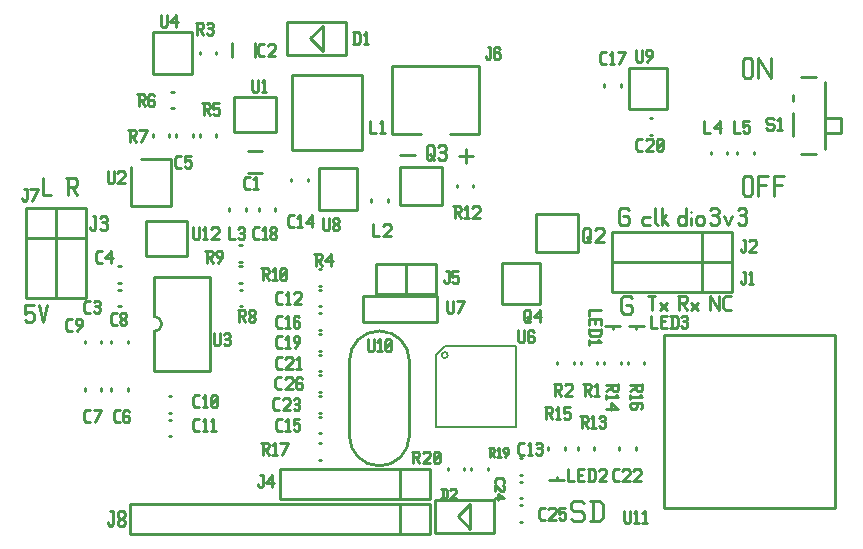
<source format=gbr>
G04 start of page 8 for group -4079 idx -4079 *
G04 Title: (unknown), topsilk *
G04 Creator: pcb 4.2.2 *
G04 CreationDate: Fri Aug 14 03:10:47 2020 UTC *
G04 For: harold *
G04 Format: Gerber/RS-274X *
G04 PCB-Dimensions (mil): 6000.00 5000.00 *
G04 PCB-Coordinate-Origin: lower left *
%MOIN*%
%FSLAX25Y25*%
%LNTOPSILK*%
%ADD98C,0.0080*%
%ADD97C,0.0102*%
%ADD96C,0.0100*%
G54D96*X398622Y371526D02*Y366546D01*
Y371526D02*X399452Y372356D01*
X401112D01*
X401942Y371526D01*
Y366546D01*
X401112Y365716D02*X401942Y366546D01*
X399452Y365716D02*X401112D01*
X398622Y366546D02*X399452Y365716D01*
X403934Y372356D02*Y365716D01*
Y372356D02*X408084Y365716D01*
Y372356D02*Y365716D01*
X398622Y332156D02*Y327176D01*
Y332156D02*X399452Y332986D01*
X401112D01*
X401942Y332156D01*
Y327176D01*
X401112Y326346D02*X401942Y327176D01*
X399452Y326346D02*X401112D01*
X398622Y327176D02*X399452Y326346D01*
X403934Y332986D02*Y326346D01*
Y332986D02*X407254D01*
X403934Y329998D02*X406424D01*
X409246Y332986D02*Y326346D01*
Y332986D02*X412566D01*
X409246Y329998D02*X411736D01*
X387795Y321674D02*X388510Y322389D01*
X389940D01*
X390655Y321674D01*
X389940Y316669D02*X390655Y317384D01*
X388510Y316669D02*X389940D01*
X387795Y317384D02*X388510Y316669D01*
Y319815D02*X389940D01*
X390655Y321674D02*Y320530D01*
Y319100D02*Y317384D01*
Y319100D02*X389940Y319815D01*
X390655Y320530D02*X389940Y319815D01*
X392371Y319529D02*X393801Y316669D01*
X395231Y319529D02*X393801Y316669D01*
X396947Y321674D02*X397662Y322389D01*
X399092D01*
X399807Y321674D01*
X399092Y316669D02*X399807Y317384D01*
X397662Y316669D02*X399092D01*
X396947Y317384D02*X397662Y316669D01*
Y319815D02*X399092D01*
X399807Y321674D02*Y320530D01*
Y319100D02*Y317384D01*
Y319100D02*X399092Y319815D01*
X399807Y320530D02*X399092Y319815D01*
X379829Y322389D02*Y316669D01*
X379114D02*X379829Y317384D01*
X377684Y316669D02*X379114D01*
X376969Y317384D02*X377684Y316669D01*
X376969Y318814D02*Y317384D01*
Y318814D02*X377684Y319529D01*
X379114D01*
X379829Y318814D01*
X381545Y320959D02*Y320816D01*
Y318814D02*Y316669D01*
X382975Y318814D02*Y317384D01*
Y318814D02*X383690Y319529D01*
X385120D01*
X385835Y318814D01*
Y317384D01*
X385120Y316669D02*X385835Y317384D01*
X383690Y316669D02*X385120D01*
X382975Y317384D02*X383690Y316669D01*
X173228Y332231D02*X176088D01*
X176803Y331516D01*
Y330086D01*
X176088Y329371D02*X176803Y330086D01*
X173943Y329371D02*X176088D01*
X173943Y332231D02*Y326511D01*
X175087Y329371D02*X176803Y326511D01*
X165354Y332231D02*Y326511D01*
X168214D01*
X159449Y289909D02*X162309D01*
X159449D02*Y287049D01*
X160164Y287764D01*
X161594D01*
X162309Y287049D01*
Y284904D01*
X161594Y284189D02*X162309Y284904D01*
X160164Y284189D02*X161594D01*
X159449Y284904D02*X160164Y284189D01*
X164025Y289909D02*X165455Y284189D01*
X166885Y289909D01*
X365715Y319371D02*X367860D01*
X365000Y318656D02*X365715Y319371D01*
X365000Y318656D02*Y317226D01*
X365715Y316511D01*
X367860D01*
X369576Y322231D02*Y317226D01*
X370291Y316511D01*
X371721Y322231D02*Y316511D01*
Y318656D02*X373866Y316511D01*
X371721Y318656D02*X373151Y320086D01*
X360143Y322389D02*X360858Y321674D01*
X357998Y322389D02*X360143D01*
X357283Y321674D02*X357998Y322389D01*
X357283Y321674D02*Y317384D01*
X357998Y316669D01*
X360143D01*
X360858Y317384D01*
Y318814D02*Y317384D01*
X360143Y319529D02*X360858Y318814D01*
X358713Y319529D02*X360143D01*
X304134Y339497D02*X308774D01*
X306454Y341817D02*Y337177D01*
G54D97*X284449Y339821D02*X289529D01*
G54D96*X361128Y292861D02*X361843Y292146D01*
X358983Y292861D02*X361128D01*
X358268Y292146D02*X358983Y292861D01*
X358268Y292146D02*Y287856D01*
X358983Y287141D01*
X361128D01*
X361843Y287856D01*
Y289286D02*Y287856D01*
X361128Y290001D02*X361843Y289286D01*
X359698Y290001D02*X361128D01*
X344935Y224678D02*X345785Y223828D01*
X342385Y224678D02*X344935D01*
X341535Y223828D02*X342385Y224678D01*
X341535Y223828D02*Y222128D01*
X342385Y221278D01*
X344935D01*
X345785Y220428D01*
Y218728D01*
X344935Y217878D02*X345785Y218728D01*
X342385Y217878D02*X344935D01*
X341535Y218728D02*X342385Y217878D01*
X348675Y224678D02*Y217878D01*
X350885Y224678D02*X352075Y223488D01*
Y219068D01*
X350885Y217878D02*X352075Y219068D01*
X347825Y217878D02*X350885D01*
X347825Y224678D02*X350885D01*
X376969Y293091D02*X379369D01*
X379969Y292491D01*
Y291291D01*
X379369Y290691D02*X379969Y291291D01*
X377569Y290691D02*X379369D01*
X377569Y293091D02*Y288291D01*
X378529Y290691D02*X379969Y288291D01*
X381409Y290691D02*X383809Y288291D01*
X381409D02*X383809Y290691D01*
X367126Y293091D02*X369526D01*
X368326D02*Y288291D01*
X370966Y290691D02*X373366Y288291D01*
X370966D02*X373366Y290691D01*
X387795Y293091D02*Y288291D01*
Y293091D02*X390795Y288291D01*
Y293091D02*Y288291D01*
X393075D02*X394635D01*
X392235Y289131D02*X393075Y288291D01*
X392235Y292251D02*Y289131D01*
Y292251D02*X393075Y293091D01*
X394635D01*
X248426Y341535D02*X271654D01*
X248426Y366732D02*Y341535D01*
Y366732D02*X271654D01*
Y341535D01*
X248230Y332086D02*Y331300D01*
X253740Y332086D02*Y331300D01*
X242913Y322243D02*Y321457D01*
X237403Y322243D02*Y321457D01*
X227560Y322243D02*Y321457D01*
X233070Y322243D02*Y321457D01*
X281693Y369685D02*X310827D01*
Y347047D01*
X281693Y369685D02*Y347047D01*
X291339D01*
X301182D02*X310827D01*
X257343Y335619D02*X270143D01*
Y321719D01*
X257343D02*X270143D01*
X257343Y335619D02*Y321719D01*
X284460Y336087D02*Y323287D01*
Y336087D02*X298360D01*
Y323287D01*
X284460D02*X298360D01*
X303348Y330117D02*Y329331D01*
X308858Y330117D02*Y329331D01*
X280314Y325196D02*Y324410D01*
X274804Y325196D02*Y324410D01*
X246850Y384449D02*X266535D01*
Y373425D01*
X246850D01*
Y384449D01*
X254528Y378937D02*X258661Y374803D01*
Y383071D01*
X254528Y378937D02*X258661Y383071D01*
X357481Y242519D02*Y241733D01*
X362991Y242519D02*Y241733D01*
X344686Y271062D02*Y270276D01*
X350196Y271062D02*Y270276D01*
X372442Y280118D02*Y222244D01*
Y280118D02*X429528D01*
Y222244D01*
X372442D02*X429528D01*
X352560Y271062D02*Y270276D01*
X358070Y271062D02*Y270276D01*
X360434Y271062D02*Y270276D01*
X365944Y271062D02*Y270276D01*
X336812Y271062D02*Y270276D01*
X342322Y271062D02*Y270276D01*
X343702Y242519D02*Y241733D01*
X349212Y242519D02*Y241733D01*
X324410Y223227D02*X325196D01*
X324410Y217717D02*X325196D01*
X324410Y231101D02*X325196D01*
X324410Y225591D02*X325196D01*
X324410Y238975D02*X325196D01*
X324410Y233465D02*X325196D01*
X334114Y231783D02*X339114D01*
X336614Y232783D02*Y231783D01*
X339369Y242519D02*Y241733D01*
X333859Y242519D02*Y241733D01*
G54D98*X299357Y276175D02*X323215D01*
Y249417D01*
X296457D01*
Y273275D01*
X299357Y276175D01*
X298357Y273275D02*G75*G03X298357Y273275I1000J0D01*G01*
G54D96*X305905Y235629D02*Y234843D01*
X300395Y235629D02*Y234843D01*
X313779Y235629D02*Y234843D01*
X308269Y235629D02*Y234843D01*
X296063Y225000D02*X315748D01*
Y213976D01*
X296063D01*
Y225000D01*
X303740Y219488D02*X307874Y215354D01*
Y223622D01*
X303740Y219488D02*X307874Y223622D01*
X360689Y282980D02*X365689D01*
X363189D02*Y281980D01*
X352815Y282980D02*X357815D01*
X355315D02*Y281980D01*
X208269Y361023D02*X209055D01*
X208269Y355513D02*X209055D01*
X202225Y380894D02*X215025D01*
Y366994D01*
X202225D02*X215025D01*
X202225Y380894D02*Y366994D01*
X217718Y374409D02*Y373623D01*
X223228Y374409D02*Y373623D01*
X228544Y377362D02*Y372638D01*
X236024Y377362D02*Y372638D01*
X243115Y359283D02*Y347483D01*
X229215D02*X243115D01*
X229215Y359283D02*Y347483D01*
Y359283D02*X243115D01*
X233859Y341338D02*X238583D01*
X233859Y333858D02*X238583D01*
X230906Y302952D02*X231692D01*
X230906Y297442D02*X231692D01*
X230906Y309842D02*X231692D01*
X230906Y304332D02*X231692D01*
X231100Y295078D02*X231886D01*
X231100Y289568D02*X231886D01*
X209844Y346850D02*Y346064D01*
X215354Y346850D02*Y346064D01*
X217718Y346850D02*Y346064D01*
X223228Y346850D02*Y346064D01*
X201970Y346850D02*Y346064D01*
X207480Y346850D02*Y346064D01*
X194882Y335827D02*Y322835D01*
X198032Y338583D02*X208268D01*
Y322835D01*
X194882D02*X208268D01*
X213587Y317945D02*Y306145D01*
X199687D02*X213587D01*
X199687Y317945D02*Y306145D01*
Y317945D02*X213587D01*
X169823Y322421D02*Y292421D01*
X179823D01*
Y322421D01*
X169823D01*
Y312421D02*X179823D01*
X159823Y322421D02*Y292421D01*
X169823D01*
Y322421D01*
X159823D01*
Y312421D02*X169823D01*
X190552Y297442D02*X191338D01*
X190552Y302952D02*X191338D01*
X190552Y289568D02*X191338D01*
X190552Y295078D02*X191338D01*
X202485Y268095D02*X221137D01*
Y299227D02*Y268095D01*
X202485Y299227D02*X221137D01*
X202485Y281161D02*Y268095D01*
Y299227D02*Y286161D01*
Y281161D02*G75*G03X202485Y286161I0J2500D01*G01*
X207284Y259645D02*X208070D01*
X207284Y254135D02*X208070D01*
X188190Y277952D02*Y277166D01*
X193700Y277952D02*Y277166D01*
X188190Y262204D02*Y261418D01*
X193700Y262204D02*Y261418D01*
X179332Y277952D02*Y277166D01*
X184842Y277952D02*Y277166D01*
X179332Y262204D02*Y261418D01*
X184842Y262204D02*Y261418D01*
X425984Y364173D02*Y342126D01*
X418110Y340157D02*X423228D01*
X415354Y353937D02*Y346457D01*
X431496Y352362D02*Y347244D01*
X425984D02*X431496D01*
X425984Y352362D02*X431496D01*
X418110Y366142D02*X423228D01*
X415354Y359843D02*Y357874D01*
X355236Y314213D02*X395236D01*
X355236D02*Y304213D01*
X395236D01*
Y314213D02*Y304213D01*
X385236Y314213D02*Y304213D01*
X355236D02*X395236D01*
X355236D02*Y294213D01*
X395236D01*
Y304213D02*Y294213D01*
X385236Y304213D02*Y294213D01*
X360689Y369083D02*X373489D01*
Y355183D01*
X360689D02*X373489D01*
X360689Y369083D02*Y355183D01*
X402361Y340944D02*Y340158D01*
X396851Y340944D02*Y340158D01*
X393503Y340944D02*Y340158D01*
X387993Y340944D02*Y340158D01*
X331166Y304123D02*X318366D01*
X331166Y290223D02*Y304123D01*
X318366Y290223D02*X331166D01*
X318366Y304123D02*Y290223D01*
X329735Y320339D02*Y307539D01*
Y320339D02*X343635D01*
Y307539D01*
X329735D02*X343635D01*
X367717Y352164D02*X368503D01*
X367717Y346654D02*X368503D01*
X352560Y363582D02*Y362796D01*
X358070Y363582D02*Y362796D01*
X194370Y223504D02*X294370D01*
X194370D02*Y213504D01*
X294370D01*
Y223504D02*Y213504D01*
X284370Y223504D02*Y213504D01*
X244370Y235315D02*X294370D01*
X244370D02*Y225315D01*
X294370D01*
Y235315D02*Y225315D01*
X284370Y235315D02*Y225315D01*
X257481Y254135D02*X258267D01*
X257481Y259645D02*X258267D01*
X257481Y247245D02*X258267D01*
X257481Y252755D02*X258267D01*
X257481Y266535D02*X258267D01*
X257481Y261025D02*X258267D01*
X257481Y273424D02*X258267D01*
X257481Y267914D02*X258267D01*
X257481Y238387D02*X258267D01*
X257481Y243897D02*X258267D01*
X207284Y251771D02*X208070D01*
X207284Y246261D02*X208070D01*
X287559Y271358D02*Y246358D01*
X267559Y271358D02*Y246358D01*
X287559Y271358D02*G75*G03X277559Y281358I-10000J0D01*G01*
G75*G03X267559Y271358I0J-10000D01*G01*
Y246358D02*G75*G03X277559Y236358I10000J0D01*G01*
G75*G03X287559Y246358I0J10000D01*G01*
X272047Y284449D02*X296850D01*
X272047Y293110D02*Y284449D01*
Y293110D02*X296850D01*
Y284449D01*
X296339Y303622D02*Y293622D01*
X276339Y303622D02*X296339D01*
X276339D02*Y293622D01*
X296339D01*
X286339Y303622D02*X296339D01*
X286339D02*Y293622D01*
X257481Y295078D02*X258267D01*
X257481Y289568D02*X258267D01*
X257481Y287204D02*X258267D01*
X257481Y281694D02*X258267D01*
X257481Y296458D02*X258267D01*
X257481Y301968D02*X258267D01*
X257481Y280314D02*X258267D01*
X257481Y274804D02*X258267D01*
X210149Y335748D02*X211449D01*
X209449Y336448D02*X210149Y335748D01*
X209449Y339048D02*Y336448D01*
Y339048D02*X210149Y339748D01*
X211449D01*
X212649D02*X214649D01*
X212649D02*Y337748D01*
X213149Y338248D01*
X214149D01*
X214649Y337748D01*
Y336248D01*
X214149Y335748D02*X214649Y336248D01*
X213149Y335748D02*X214149D01*
X212649Y336248D02*X213149Y335748D01*
X196850Y360220D02*X198850D01*
X199350Y359720D01*
Y358720D01*
X198850Y358220D02*X199350Y358720D01*
X197350Y358220D02*X198850D01*
X197350Y360220D02*Y356220D01*
X198150Y358220D02*X199350Y356220D01*
X202050Y360220D02*X202550Y359720D01*
X201050Y360220D02*X202050D01*
X200550Y359720D02*X201050Y360220D01*
X200550Y359720D02*Y356720D01*
X201050Y356220D01*
X202050Y358420D02*X202550Y357920D01*
X200550Y358420D02*X202050D01*
X201050Y356220D02*X202050D01*
X202550Y356720D01*
Y357920D02*Y356720D01*
X204725Y386795D02*Y383295D01*
X205225Y382795D01*
X206225D01*
X206725Y383295D01*
Y386795D02*Y383295D01*
X207925Y384295D02*X209925Y386795D01*
X207925Y384295D02*X210425D01*
X209925Y386795D02*Y382795D01*
X216339Y384040D02*X218339D01*
X218839Y383540D01*
Y382540D01*
X218339Y382040D02*X218839Y382540D01*
X216839Y382040D02*X218339D01*
X216839Y384040D02*Y380040D01*
X217639Y382040D02*X218839Y380040D01*
X220039Y383540D02*X220539Y384040D01*
X221539D01*
X222039Y383540D01*
X221539Y380040D02*X222039Y380540D01*
X220539Y380040D02*X221539D01*
X220039Y380540D02*X220539Y380040D01*
Y382240D02*X221539D01*
X222039Y383540D02*Y382740D01*
Y381740D02*Y380540D01*
Y381740D02*X221539Y382240D01*
X222039Y382740D02*X221539Y382240D01*
X193898Y348409D02*X195898D01*
X196398Y347909D01*
Y346909D01*
X195898Y346409D02*X196398Y346909D01*
X194398Y346409D02*X195898D01*
X194398Y348409D02*Y344409D01*
X195198Y346409D02*X196398Y344409D01*
X198098D02*X200098Y348409D01*
X197598D02*X200098D01*
X237905Y372953D02*X239205D01*
X237205Y373653D02*X237905Y372953D01*
X237205Y376253D02*Y373653D01*
Y376253D02*X237905Y376953D01*
X239205D01*
X240405Y376453D02*X240905Y376953D01*
X242405D01*
X242905Y376453D01*
Y375453D01*
X240405Y372953D02*X242905Y375453D01*
X240405Y372953D02*X242905D01*
X235236Y365142D02*Y361642D01*
X235736Y361142D01*
X236736D01*
X237236Y361642D01*
Y365142D02*Y361642D01*
X238436Y364342D02*X239236Y365142D01*
Y361142D01*
X238436D02*X239936D01*
X159158Y328734D02*X159950D01*
Y325269D01*
X159455Y324774D02*X159950Y325269D01*
X158960Y324774D02*X159455D01*
X158465Y325269D02*X158960Y324774D01*
X158465Y325764D02*Y325269D01*
X161633Y324774D02*X163613Y328734D01*
X161138D02*X163613D01*
X408496Y352346D02*X408996Y351846D01*
X406996Y352346D02*X408496D01*
X406496Y351846D02*X406996Y352346D01*
X406496Y351846D02*Y350846D01*
X406996Y350346D01*
X408496D01*
X408996Y349846D01*
Y348846D01*
X408496Y348346D02*X408996Y348846D01*
X406996Y348346D02*X408496D01*
X406496Y348846D02*X406996Y348346D01*
X410196Y351546D02*X410996Y352346D01*
Y348346D01*
X410196D02*X411696D01*
X398771Y311756D02*X399571D01*
Y308256D01*
X399071Y307756D02*X399571Y308256D01*
X398571Y307756D02*X399071D01*
X398071Y308256D02*X398571Y307756D01*
X398071Y308756D02*Y308256D01*
X400771Y311256D02*X401271Y311756D01*
X402771D01*
X403271Y311256D01*
Y310256D01*
X400771Y307756D02*X403271Y310256D01*
X400771Y307756D02*X403271D01*
X398771Y301087D02*X399571D01*
Y297587D01*
X399071Y297087D02*X399571Y297587D01*
X398571Y297087D02*X399071D01*
X398071Y297587D02*X398571Y297087D01*
X398071Y298087D02*Y297587D01*
X400771Y300287D02*X401571Y301087D01*
Y297087D01*
X400771D02*X402271D01*
X395669Y351362D02*Y347362D01*
X397669D01*
X398869Y351362D02*X400869D01*
X398869D02*Y349362D01*
X399369Y349862D01*
X400369D01*
X400869Y349362D01*
Y347862D01*
X400369Y347362D02*X400869Y347862D01*
X399369Y347362D02*X400369D01*
X398869Y347862D02*X399369Y347362D01*
X357268Y263780D02*Y261780D01*
X356768Y261280D01*
X355768D02*X356768D01*
X355268Y261780D02*X355768Y261280D01*
X355268Y263280D02*Y261780D01*
X353268Y263280D02*X357268D01*
X355268Y262480D02*X353268Y261280D01*
X356468Y260080D02*X357268Y259280D01*
X353268D02*X357268D01*
X353268Y260080D02*Y258580D01*
X354768Y257380D02*X357268Y255380D01*
X354768Y257380D02*Y254880D01*
X353268Y255380D02*X357268D01*
X351881Y370197D02*X353181D01*
X351181Y370897D02*X351881Y370197D01*
X351181Y373497D02*Y370897D01*
Y373497D02*X351881Y374197D01*
X353181D01*
X354381Y373397D02*X355181Y374197D01*
Y370197D01*
X354381D02*X355881D01*
X357581D02*X359581Y374197D01*
X357081D02*X359581D01*
X363189Y374984D02*Y371484D01*
X363689Y370984D01*
X364689D01*
X365189Y371484D01*
Y374984D02*Y371484D01*
X366889Y370984D02*X368389Y372984D01*
Y374484D02*Y372984D01*
X367889Y374984D02*X368389Y374484D01*
X366889Y374984D02*X367889D01*
X366389Y374484D02*X366889Y374984D01*
X366389Y374484D02*Y373484D01*
X366889Y372984D01*
X368389D01*
X345472Y315099D02*Y311439D01*
Y315099D02*X346082Y315709D01*
X347302D01*
X347912Y315099D01*
Y312049D01*
X346692Y310829D02*X347912Y312049D01*
X346082Y310829D02*X346692D01*
X345472Y311439D02*X346082Y310829D01*
X346692Y312659D02*X347912Y310829D01*
X349376Y315099D02*X349986Y315709D01*
X351816D01*
X352426Y315099D01*
Y313879D01*
X349376Y310829D02*X352426Y313879D01*
X349376Y310829D02*X352426D01*
X363889Y341457D02*X365189D01*
X363189Y342157D02*X363889Y341457D01*
X363189Y344757D02*Y342157D01*
Y344757D02*X363889Y345457D01*
X365189D01*
X366389Y344957D02*X366889Y345457D01*
X368389D01*
X368889Y344957D01*
Y343957D01*
X366389Y341457D02*X368889Y343957D01*
X366389Y341457D02*X368889D01*
X370089Y341957D02*X370589Y341457D01*
X370089Y344957D02*Y341957D01*
Y344957D02*X370589Y345457D01*
X371589D01*
X372089Y344957D01*
Y341957D01*
X371589Y341457D02*X372089Y341957D01*
X370589Y341457D02*X371589D01*
X370089Y342457D02*X372089Y344457D01*
X385827Y351362D02*Y347362D01*
X387827D01*
X389027Y348862D02*X391027Y351362D01*
X389027Y348862D02*X391527D01*
X391027Y351362D02*Y347362D01*
X368110Y286402D02*Y282402D01*
X370110D01*
X371310Y284602D02*X372810D01*
X371310Y282402D02*X373310D01*
X371310Y286402D02*Y282402D01*
Y286402D02*X373310D01*
X375010D02*Y282402D01*
X376310Y286402D02*X377010Y285702D01*
Y283102D01*
X376310Y282402D02*X377010Y283102D01*
X374510Y282402D02*X376310D01*
X374510Y286402D02*X376310D01*
X378210Y285902D02*X378710Y286402D01*
X379710D01*
X380210Y285902D01*
X379710Y282402D02*X380210Y282902D01*
X378710Y282402D02*X379710D01*
X378210Y282902D02*X378710Y282402D01*
Y284602D02*X379710D01*
X380210Y285902D02*Y285102D01*
Y284102D02*Y282902D01*
Y284102D02*X379710Y284602D01*
X380210Y285102D02*X379710Y284602D01*
X347362Y288386D02*X351362D01*
X347362D02*Y286386D01*
X349562Y285186D02*Y283686D01*
X347362Y285186D02*Y283186D01*
Y285186D02*X351362D01*
Y283186D01*
X347362Y281486D02*X351362D01*
Y280186D02*X350662Y279486D01*
X348062D02*X350662D01*
X347362Y280186D02*X348062Y279486D01*
X347362Y281986D02*Y280186D01*
X351362Y281986D02*Y280186D01*
X350562Y278286D02*X351362Y277486D01*
X347362D02*X351362D01*
X347362Y278286D02*Y276786D01*
X274607Y351362D02*Y347362D01*
X276607D01*
X277807Y350562D02*X278607Y351362D01*
Y347362D01*
X277807D02*X279307D01*
X293307Y342658D02*Y338998D01*
Y342658D02*X293917Y343268D01*
X295137D01*
X295747Y342658D01*
Y339608D01*
X294527Y338388D02*X295747Y339608D01*
X293917Y338388D02*X294527D01*
X293307Y338998D02*X293917Y338388D01*
X294527Y340218D02*X295747Y338388D01*
X297211Y342658D02*X297821Y343268D01*
X299041D01*
X299651Y342658D01*
X299041Y338388D02*X299651Y338998D01*
X297821Y338388D02*X299041D01*
X297211Y338998D02*X297821Y338388D01*
Y341072D02*X299041D01*
X299651Y342658D02*Y341682D01*
Y340462D02*Y338998D01*
Y340462D02*X299041Y341072D01*
X299651Y341682D02*X299041Y341072D01*
X302165Y322819D02*X304165D01*
X304665Y322319D01*
Y321319D01*
X304165Y320819D02*X304665Y321319D01*
X302665Y320819D02*X304165D01*
X302665Y322819D02*Y318819D01*
X303465Y320819D02*X304665Y318819D01*
X305865Y322019D02*X306665Y322819D01*
Y318819D01*
X305865D02*X307365D01*
X308565Y322319D02*X309065Y322819D01*
X310565D01*
X311065Y322319D01*
Y321319D01*
X308565Y318819D02*X311065Y321319D01*
X308565Y318819D02*X311065D01*
X313692Y375969D02*X314492D01*
Y372469D01*
X313992Y371969D02*X314492Y372469D01*
X313492Y371969D02*X313992D01*
X312992Y372469D02*X313492Y371969D01*
X312992Y372969D02*Y372469D01*
X317192Y375969D02*X317692Y375469D01*
X316192Y375969D02*X317192D01*
X315692Y375469D02*X316192Y375969D01*
X315692Y375469D02*Y372469D01*
X316192Y371969D01*
X317192Y374169D02*X317692Y373669D01*
X315692Y374169D02*X317192D01*
X316192Y371969D02*X317192D01*
X317692Y372469D01*
Y373669D02*Y372469D01*
X269201Y380890D02*Y376890D01*
X270501Y380890D02*X271201Y380190D01*
Y377590D01*
X270501Y376890D02*X271201Y377590D01*
X268701Y376890D02*X270501D01*
X268701Y380890D02*X270501D01*
X272401Y380090D02*X273201Y380890D01*
Y376890D01*
X272401D02*X273901D01*
X218504Y357268D02*X220504D01*
X221004Y356768D01*
Y355768D01*
X220504Y355268D02*X221004Y355768D01*
X219004Y355268D02*X220504D01*
X219004Y357268D02*Y353268D01*
X219804Y355268D02*X221004Y353268D01*
X222204Y357268D02*X224204D01*
X222204D02*Y355268D01*
X222704Y355768D01*
X223704D01*
X224204Y355268D01*
Y353768D01*
X223704Y353268D02*X224204Y353768D01*
X222704Y353268D02*X223704D01*
X222204Y353768D02*X222704Y353268D01*
X222441Y280496D02*Y276996D01*
X222941Y276496D01*
X223941D01*
X224441Y276996D01*
Y280496D02*Y276996D01*
X225641Y279996D02*X226141Y280496D01*
X227141D01*
X227641Y279996D01*
X227141Y276496D02*X227641Y276996D01*
X226141Y276496D02*X227141D01*
X225641Y276996D02*X226141Y276496D01*
Y278696D02*X227141D01*
X227641Y279996D02*Y279196D01*
Y278196D02*Y276996D01*
Y278196D02*X227141Y278696D01*
X227641Y279196D02*X227141Y278696D01*
X215551Y315929D02*Y312429D01*
X216051Y311929D01*
X217051D01*
X217551Y312429D01*
Y315929D02*Y312429D01*
X218751Y315129D02*X219551Y315929D01*
Y311929D01*
X218751D02*X220251D01*
X221451Y315429D02*X221951Y315929D01*
X223451D01*
X223951Y315429D01*
Y314429D01*
X221451Y311929D02*X223951Y314429D01*
X221451Y311929D02*X223951D01*
X216251Y255827D02*X217551D01*
X215551Y256527D02*X216251Y255827D01*
X215551Y259127D02*Y256527D01*
Y259127D02*X216251Y259827D01*
X217551D01*
X218751Y259027D02*X219551Y259827D01*
Y255827D01*
X218751D02*X220251D01*
X221451Y256327D02*X221951Y255827D01*
X221451Y259327D02*Y256327D01*
Y259327D02*X221951Y259827D01*
X222951D01*
X223451Y259327D01*
Y256327D01*
X222951Y255827D02*X223451Y256327D01*
X221951Y255827D02*X222951D01*
X221451Y256827D02*X223451Y258827D01*
X219488Y308055D02*X221488D01*
X221988Y307555D01*
Y306555D01*
X221488Y306055D02*X221988Y306555D01*
X219988Y306055D02*X221488D01*
X219988Y308055D02*Y304055D01*
X220788Y306055D02*X221988Y304055D01*
X223688D02*X225188Y306055D01*
Y307555D02*Y306055D01*
X224688Y308055D02*X225188Y307555D01*
X223688Y308055D02*X224688D01*
X223188Y307555D02*X223688Y308055D01*
X223188Y307555D02*Y306555D01*
X223688Y306055D01*
X225188D01*
X216251Y247953D02*X217551D01*
X215551Y248653D02*X216251Y247953D01*
X215551Y251253D02*Y248653D01*
Y251253D02*X216251Y251953D01*
X217551D01*
X218751Y251153D02*X219551Y251953D01*
Y247953D01*
X218751D02*X220251D01*
X221451Y251153D02*X222251Y251953D01*
Y247953D01*
X221451D02*X222951D01*
X189676Y250906D02*X190976D01*
X188976Y251606D02*X189676Y250906D01*
X188976Y254206D02*Y251606D01*
Y254206D02*X189676Y254906D01*
X190976D01*
X193676D02*X194176Y254406D01*
X192676Y254906D02*X193676D01*
X192176Y254406D02*X192676Y254906D01*
X192176Y254406D02*Y251406D01*
X192676Y250906D01*
X193676Y253106D02*X194176Y252606D01*
X192176Y253106D02*X193676D01*
X192676Y250906D02*X193676D01*
X194176Y251406D01*
Y252606D02*Y251406D01*
X187862Y221221D02*X188838D01*
Y216951D01*
X188228Y216341D02*X188838Y216951D01*
X187618Y216341D02*X188228D01*
X187008Y216951D02*X187618Y216341D01*
X187008Y217561D02*Y216951D01*
X190302D02*X190912Y216341D01*
X190302Y217927D02*Y216951D01*
Y217927D02*X191156Y218781D01*
X191888D01*
X192742Y217927D01*
Y216951D01*
X192132Y216341D02*X192742Y216951D01*
X190912Y216341D02*X192132D01*
X190302Y219635D02*X191156Y218781D01*
X190302Y220611D02*Y219635D01*
Y220611D02*X190912Y221221D01*
X192132D01*
X192742Y220611D01*
Y219635D01*
X191888Y218781D02*X192742Y219635D01*
X179834Y250906D02*X181134D01*
X179134Y251606D02*X179834Y250906D01*
X179134Y254206D02*Y251606D01*
Y254206D02*X179834Y254906D01*
X181134D01*
X182834Y250906D02*X184834Y254906D01*
X182334D02*X184834D01*
X238189Y302150D02*X240189D01*
X240689Y301650D01*
Y300650D01*
X240189Y300150D02*X240689Y300650D01*
X238689Y300150D02*X240189D01*
X238689Y302150D02*Y298150D01*
X239489Y300150D02*X240689Y298150D01*
X241889Y301350D02*X242689Y302150D01*
Y298150D01*
X241889D02*X243389D01*
X244589Y298650D02*X245089Y298150D01*
X244589Y301650D02*Y298650D01*
Y301650D02*X245089Y302150D01*
X246089D01*
X246589Y301650D01*
Y298650D01*
X246089Y298150D02*X246589Y298650D01*
X245089Y298150D02*X246089D01*
X244589Y299150D02*X246589Y301150D01*
X230315Y288370D02*X232315D01*
X232815Y287870D01*
Y286870D01*
X232315Y286370D02*X232815Y286870D01*
X230815Y286370D02*X232315D01*
X230815Y288370D02*Y284370D01*
X231615Y286370D02*X232815Y284370D01*
X234015Y284870D02*X234515Y284370D01*
X234015Y285670D02*Y284870D01*
Y285670D02*X234715Y286370D01*
X235315D01*
X236015Y285670D01*
Y284870D01*
X235515Y284370D02*X236015Y284870D01*
X234515Y284370D02*X235515D01*
X234015Y287070D02*X234715Y286370D01*
X234015Y287870D02*Y287070D01*
Y287870D02*X234515Y288370D01*
X235515D01*
X236015Y287870D01*
Y287070D01*
X235315Y286370D02*X236015Y287070D01*
X243803Y275562D02*X245090D01*
X243110Y276255D02*X243803Y275562D01*
X243110Y278829D02*Y276255D01*
Y278829D02*X243803Y279522D01*
X245090D01*
X246278Y278730D02*X247070Y279522D01*
Y275562D01*
X246278D02*X247763D01*
X249446D02*X250931Y277542D01*
Y279027D02*Y277542D01*
X250436Y279522D02*X250931Y279027D01*
X249446Y279522D02*X250436D01*
X248951Y279027D02*X249446Y279522D01*
X248951Y279027D02*Y278037D01*
X249446Y277542D01*
X250931D01*
X187008Y334630D02*Y331130D01*
X187508Y330630D01*
X188508D01*
X189008Y331130D01*
Y334630D02*Y331130D01*
X190208Y334130D02*X190708Y334630D01*
X192208D01*
X192708Y334130D01*
Y333130D01*
X190208Y330630D02*X192708Y333130D01*
X190208Y330630D02*X192708D01*
X183771Y304055D02*X185071D01*
X183071Y304755D02*X183771Y304055D01*
X183071Y307355D02*Y304755D01*
Y307355D02*X183771Y308055D01*
X185071D01*
X186271Y305555D02*X188271Y308055D01*
X186271Y305555D02*X188771D01*
X188271Y308055D02*Y304055D01*
X179834Y287323D02*X181134D01*
X179134Y288023D02*X179834Y287323D01*
X179134Y290623D02*Y288023D01*
Y290623D02*X179834Y291323D01*
X181134D01*
X182334Y290823D02*X182834Y291323D01*
X183834D01*
X184334Y290823D01*
X183834Y287323D02*X184334Y287823D01*
X182834Y287323D02*X183834D01*
X182334Y287823D02*X182834Y287323D01*
Y289523D02*X183834D01*
X184334Y290823D02*Y290023D01*
Y289023D02*Y287823D01*
Y289023D02*X183834Y289523D01*
X184334Y290023D02*X183834Y289523D01*
X188692Y283386D02*X189992D01*
X187992Y284086D02*X188692Y283386D01*
X187992Y286686D02*Y284086D01*
Y286686D02*X188692Y287386D01*
X189992D01*
X191192Y283886D02*X191692Y283386D01*
X191192Y284686D02*Y283886D01*
Y284686D02*X191892Y285386D01*
X192492D01*
X193192Y284686D01*
Y283886D01*
X192692Y283386D02*X193192Y283886D01*
X191692Y283386D02*X192692D01*
X191192Y286086D02*X191892Y285386D01*
X191192Y286886D02*Y286086D01*
Y286886D02*X191692Y287386D01*
X192692D01*
X193192Y286886D01*
Y286086D01*
X192492Y285386D02*X193192Y286086D01*
X181949Y319656D02*X182917D01*
Y315421D01*
X182312Y314816D02*X182917Y315421D01*
X181707Y314816D02*X182312D01*
X181102Y315421D02*X181707Y314816D01*
X181102Y316026D02*Y315421D01*
X184369Y319051D02*X184974Y319656D01*
X186184D01*
X186789Y319051D01*
X186184Y314816D02*X186789Y315421D01*
X184974Y314816D02*X186184D01*
X184369Y315421D02*X184974Y314816D01*
Y317478D02*X186184D01*
X186789Y319051D02*Y318083D01*
Y316873D02*Y315421D01*
Y316873D02*X186184Y317478D01*
X186789Y318083D02*X186184Y317478D01*
X237905Y233252D02*X238705D01*
Y229752D01*
X238205Y229252D02*X238705Y229752D01*
X237705Y229252D02*X238205D01*
X237205Y229752D02*X237705Y229252D01*
X237205Y230252D02*Y229752D01*
X239905Y230752D02*X241905Y233252D01*
X239905Y230752D02*X242405D01*
X241905Y233252D02*Y229252D01*
X242819Y254893D02*X244106D01*
X242126Y255586D02*X242819Y254893D01*
X242126Y258160D02*Y255586D01*
Y258160D02*X242819Y258853D01*
X244106D01*
X245294Y258358D02*X245789Y258853D01*
X247274D01*
X247769Y258358D01*
Y257368D01*
X245294Y254893D02*X247769Y257368D01*
X245294Y254893D02*X247769D01*
X248957Y258358D02*X249452Y258853D01*
X250442D01*
X250937Y258358D01*
X250442Y254893D02*X250937Y255388D01*
X249452Y254893D02*X250442D01*
X248957Y255388D02*X249452Y254893D01*
Y257071D02*X250442D01*
X250937Y258358D02*Y257566D01*
Y256576D02*Y255388D01*
Y256576D02*X250442Y257071D01*
X250937Y257566D02*X250442Y257071D01*
X238189Y244089D02*X240169D01*
X240664Y243594D01*
Y242604D01*
X240169Y242109D02*X240664Y242604D01*
X238684Y242109D02*X240169D01*
X238684Y244089D02*Y240129D01*
X239476Y242109D02*X240664Y240129D01*
X241852Y243297D02*X242644Y244089D01*
Y240129D01*
X241852D02*X243337D01*
X245020D02*X247000Y244089D01*
X244525D02*X247000D01*
X243803Y248003D02*X245090D01*
X243110Y248696D02*X243803Y248003D01*
X243110Y251270D02*Y248696D01*
Y251270D02*X243803Y251963D01*
X245090D01*
X246278Y251171D02*X247070Y251963D01*
Y248003D01*
X246278D02*X247763D01*
X248951Y251963D02*X250931D01*
X248951D02*Y249983D01*
X249446Y250478D01*
X250436D01*
X250931Y249983D01*
Y248498D01*
X250436Y248003D02*X250931Y248498D01*
X249446Y248003D02*X250436D01*
X248951Y248498D02*X249446Y248003D01*
X173928Y281417D02*X175228D01*
X173228Y282117D02*X173928Y281417D01*
X173228Y284717D02*Y282117D01*
Y284717D02*X173928Y285417D01*
X175228D01*
X176928Y281417D02*X178428Y283417D01*
Y284917D02*Y283417D01*
X177928Y285417D02*X178428Y284917D01*
X176928Y285417D02*X177928D01*
X176428Y284917D02*X176928Y285417D01*
X176428Y284917D02*Y283917D01*
X176928Y283417D01*
X178428D01*
X356015Y231220D02*X357315D01*
X355315Y231920D02*X356015Y231220D01*
X355315Y234520D02*Y231920D01*
Y234520D02*X356015Y235220D01*
X357315D01*
X358515Y234720D02*X359015Y235220D01*
X360515D01*
X361015Y234720D01*
Y233720D01*
X358515Y231220D02*X361015Y233720D01*
X358515Y231220D02*X361015D01*
X362215Y234720D02*X362715Y235220D01*
X364215D01*
X364715Y234720D01*
Y233720D01*
X362215Y231220D02*X364715Y233720D01*
X362215Y231220D02*X364715D01*
X345472Y263764D02*X347472D01*
X347972Y263264D01*
Y262264D01*
X347472Y261764D02*X347972Y262264D01*
X345972Y261764D02*X347472D01*
X345972Y263764D02*Y259764D01*
X346772Y261764D02*X347972Y259764D01*
X349172Y262964D02*X349972Y263764D01*
Y259764D01*
X349172D02*X350672D01*
X359252Y221441D02*Y217941D01*
X359752Y217441D01*
X360752D01*
X361252Y217941D01*
Y221441D02*Y217941D01*
X362452Y220641D02*X363252Y221441D01*
Y217441D01*
X362452D02*X363952D01*
X365152Y220641D02*X365952Y221441D01*
Y217441D01*
X365152D02*X366652D01*
X331402Y218475D02*X332689D01*
X330709Y219168D02*X331402Y218475D01*
X330709Y221742D02*Y219168D01*
Y221742D02*X331402Y222435D01*
X332689D01*
X333877Y221940D02*X334372Y222435D01*
X335857D01*
X336352Y221940D01*
Y220950D01*
X333877Y218475D02*X336352Y220950D01*
X333877Y218475D02*X336352D01*
X337540Y222435D02*X339520D01*
X337540D02*Y220455D01*
X338035Y220950D01*
X339025D01*
X339520Y220455D01*
Y218970D01*
X339025Y218475D02*X339520Y218970D01*
X338035Y218475D02*X339025D01*
X337540Y218970D02*X338035Y218475D01*
X340551Y235220D02*Y231220D01*
X342551D01*
X343751Y233420D02*X345251D01*
X343751Y231220D02*X345751D01*
X343751Y235220D02*Y231220D01*
Y235220D02*X345751D01*
X347451D02*Y231220D01*
X348751Y235220D02*X349451Y234520D01*
Y231920D01*
X348751Y231220D02*X349451Y231920D01*
X346951Y231220D02*X348751D01*
X346951Y235220D02*X348751D01*
X350651Y234720D02*X351151Y235220D01*
X352651D01*
X353151Y234720D01*
Y233720D01*
X350651Y231220D02*X353151Y233720D01*
X350651Y231220D02*X353151D01*
X332677Y255900D02*X334657D01*
X335152Y255405D01*
Y254415D01*
X334657Y253920D02*X335152Y254415D01*
X333172Y253920D02*X334657D01*
X333172Y255900D02*Y251940D01*
X333964Y253920D02*X335152Y251940D01*
X336340Y255108D02*X337132Y255900D01*
Y251940D01*
X336340D02*X337825D01*
X339013Y255900D02*X340993D01*
X339013D02*Y253920D01*
X339508Y254415D01*
X340498D01*
X340993Y253920D01*
Y252435D01*
X340498Y251940D02*X340993Y252435D01*
X339508Y251940D02*X340498D01*
X339013Y252435D02*X339508Y251940D01*
X365142Y263780D02*Y261780D01*
X364642Y261280D01*
X363642D02*X364642D01*
X363142Y261780D02*X363642Y261280D01*
X363142Y263280D02*Y261780D01*
X361142Y263280D02*X365142D01*
X363142Y262480D02*X361142Y261280D01*
X364342Y260080D02*X365142Y259280D01*
X361142D02*X365142D01*
X361142Y260080D02*Y258580D01*
X365142Y255880D02*X364642Y255380D01*
X365142Y256880D02*Y255880D01*
X364642Y257380D02*X365142Y256880D01*
X361642Y257380D02*X364642D01*
X361642D02*X361142Y256880D01*
X363342Y255880D02*X362842Y255380D01*
X363342Y257380D02*Y255880D01*
X361142Y256880D02*Y255880D01*
X361642Y255380D01*
X362842D01*
X335630Y263764D02*X337630D01*
X338130Y263264D01*
Y262264D01*
X337630Y261764D02*X338130Y262264D01*
X336130Y261764D02*X337630D01*
X336130Y263764D02*Y259764D01*
X336930Y261764D02*X338130Y259764D01*
X339330Y263264D02*X339830Y263764D01*
X341330D01*
X341830Y263264D01*
Y262264D01*
X339330Y259764D02*X341830Y262264D01*
X339330Y259764D02*X341830D01*
X325787Y287870D02*Y284870D01*
Y287870D02*X326287Y288370D01*
X327287D01*
X327787Y287870D01*
Y285370D01*
X326787Y284370D02*X327787Y285370D01*
X326287Y284370D02*X326787D01*
X325787Y284870D02*X326287Y284370D01*
X326787Y285870D02*X327787Y284370D01*
X328987Y285870D02*X330987Y288370D01*
X328987Y285870D02*X331487D01*
X330987Y288370D02*Y284370D01*
X323819Y281480D02*Y277980D01*
X324319Y277480D01*
X325319D01*
X325819Y277980D01*
Y281480D02*Y277980D01*
X328519Y281480D02*X329019Y280980D01*
X327519Y281480D02*X328519D01*
X327019Y280980D02*X327519Y281480D01*
X327019Y280980D02*Y277980D01*
X327519Y277480D01*
X328519Y279680D02*X329019Y279180D01*
X327019Y279680D02*X328519D01*
X327519Y277480D02*X328519D01*
X329019Y277980D01*
Y279180D02*Y277980D01*
X344488Y252947D02*X346468D01*
X346963Y252452D01*
Y251462D01*
X346468Y250967D02*X346963Y251462D01*
X344983Y250967D02*X346468D01*
X344983Y252947D02*Y248987D01*
X345775Y250967D02*X346963Y248987D01*
X348151Y252155D02*X348943Y252947D01*
Y248987D01*
X348151D02*X349636D01*
X350824Y252452D02*X351319Y252947D01*
X352309D01*
X352804Y252452D01*
X352309Y248987D02*X352804Y249482D01*
X351319Y248987D02*X352309D01*
X350824Y249482D02*X351319Y248987D01*
Y251165D02*X352309D01*
X352804Y252452D02*Y251660D01*
Y250670D02*Y249482D01*
Y250670D02*X352309Y251165D01*
X352804Y251660D02*X352309Y251165D01*
X316082Y231751D02*Y230763D01*
X316614Y232283D02*X316082Y231751D01*
X316614Y232283D02*X318590D01*
X319122Y231751D01*
Y230763D01*
X318742Y229851D02*X319122Y229471D01*
Y228331D01*
X318742Y227951D01*
X317982D02*X318742D01*
X316082Y229851D02*X317982Y227951D01*
X316082Y229851D02*Y227951D01*
X317222Y227039D02*X319122Y225519D01*
X317222Y227039D02*Y225139D01*
X316082Y225519D02*X319122D01*
X324512Y240129D02*X325799D01*
X323819Y240822D02*X324512Y240129D01*
X323819Y243396D02*Y240822D01*
Y243396D02*X324512Y244089D01*
X325799D01*
X326987Y243297D02*X327779Y244089D01*
Y240129D01*
X326987D02*X328472D01*
X329660Y243594D02*X330155Y244089D01*
X331145D01*
X331640Y243594D01*
X331145Y240129D02*X331640Y240624D01*
X330155Y240129D02*X331145D01*
X329660Y240624D02*X330155Y240129D01*
Y242307D02*X331145D01*
X331640Y243594D02*Y242802D01*
Y241812D02*Y240624D01*
Y241812D02*X331145Y242307D01*
X331640Y242802D02*X331145Y242307D01*
X247747Y315866D02*X249047D01*
X247047Y316566D02*X247747Y315866D01*
X247047Y319166D02*Y316566D01*
Y319166D02*X247747Y319866D01*
X249047D01*
X250247Y319066D02*X251047Y319866D01*
Y315866D01*
X250247D02*X251747D01*
X252947Y317366D02*X254947Y319866D01*
X252947Y317366D02*X255447D01*
X254947Y319866D02*Y315866D01*
X232983Y328661D02*X234283D01*
X232283Y329361D02*X232983Y328661D01*
X232283Y331961D02*Y329361D01*
Y331961D02*X232983Y332661D01*
X234283D01*
X235483Y331861D02*X236283Y332661D01*
Y328661D01*
X235483D02*X236983D01*
X236039Y311826D02*X237339D01*
X235339Y312526D02*X236039Y311826D01*
X235339Y315126D02*Y312526D01*
Y315126D02*X236039Y315826D01*
X237339D01*
X238539Y315026D02*X239339Y315826D01*
Y311826D01*
X238539D02*X240039D01*
X241239Y312326D02*X241739Y311826D01*
X241239Y313126D02*Y312326D01*
Y313126D02*X241939Y313826D01*
X242539D01*
X243239Y313126D01*
Y312326D01*
X242739Y311826D02*X243239Y312326D01*
X241739Y311826D02*X242739D01*
X241239Y314526D02*X241939Y313826D01*
X241239Y315326D02*Y314526D01*
Y315326D02*X241739Y315826D01*
X242739D01*
X243239Y315326D01*
Y314526D01*
X242539Y313826D02*X243239Y314526D01*
X258859Y318882D02*Y315382D01*
X259359Y314882D01*
X260359D01*
X260859Y315382D01*
Y318882D02*Y315382D01*
X262059D02*X262559Y314882D01*
X262059Y316182D02*Y315382D01*
Y316182D02*X262759Y316882D01*
X263359D01*
X264059Y316182D01*
Y315382D01*
X263559Y314882D02*X264059Y315382D01*
X262559Y314882D02*X263559D01*
X262059Y317582D02*X262759Y316882D01*
X262059Y318382D02*Y317582D01*
Y318382D02*X262559Y318882D01*
X263559D01*
X264059Y318382D01*
Y317582D01*
X263359Y316882D02*X264059Y317582D01*
X227362Y315929D02*Y311929D01*
X229362D01*
X230562Y315429D02*X231062Y315929D01*
X232062D01*
X232562Y315429D01*
X232062Y311929D02*X232562Y312429D01*
X231062Y311929D02*X232062D01*
X230562Y312429D02*X231062Y311929D01*
Y314129D02*X232062D01*
X232562Y315429D02*Y314629D01*
Y313629D02*Y312429D01*
Y313629D02*X232062Y314129D01*
X232562Y314629D02*X232062Y314129D01*
X273622Y278528D02*Y275028D01*
X274122Y274528D01*
X275122D01*
X275622Y275028D01*
Y278528D02*Y275028D01*
X276822Y277728D02*X277622Y278528D01*
Y274528D01*
X276822D02*X278322D01*
X279522Y275028D02*X280022Y274528D01*
X279522Y278028D02*Y275028D01*
Y278028D02*X280022Y278528D01*
X281022D01*
X281522Y278028D01*
Y275028D01*
X281022Y274528D02*X281522Y275028D01*
X280022Y274528D02*X281022D01*
X279522Y275528D02*X281522Y277528D01*
X288386Y241136D02*X290366D01*
X290861Y240641D01*
Y239651D01*
X290366Y239156D02*X290861Y239651D01*
X288881Y239156D02*X290366D01*
X288881Y241136D02*Y237176D01*
X289673Y239156D02*X290861Y237176D01*
X292049Y240641D02*X292544Y241136D01*
X294029D01*
X294524Y240641D01*
Y239651D01*
X292049Y237176D02*X294524Y239651D01*
X292049Y237176D02*X294524D01*
X295712Y237671D02*X296207Y237176D01*
X295712Y240641D02*Y237671D01*
Y240641D02*X296207Y241136D01*
X297197D01*
X297692Y240641D01*
Y237671D01*
X297197Y237176D02*X297692Y237671D01*
X296207Y237176D02*X297197D01*
X295712Y238166D02*X297692Y240146D01*
X313976Y242340D02*X315516D01*
X315901Y241955D01*
Y241185D01*
X315516Y240800D02*X315901Y241185D01*
X314361Y240800D02*X315516D01*
X314361Y242340D02*Y239260D01*
X314977Y240800D02*X315901Y239260D01*
X316825Y241724D02*X317441Y242340D01*
Y239260D01*
X316825D02*X317980D01*
X319289D02*X320444Y240800D01*
Y241955D02*Y240800D01*
X320059Y242340D02*X320444Y241955D01*
X319289Y242340D02*X320059D01*
X318904Y241955D02*X319289Y242340D01*
X318904Y241955D02*Y241185D01*
X319289Y240800D01*
X320444D01*
X298613Y228561D02*Y225481D01*
X299614Y228561D02*X300153Y228022D01*
Y226020D01*
X299614Y225481D02*X300153Y226020D01*
X298228Y225481D02*X299614D01*
X298228Y228561D02*X299614D01*
X301077Y228176D02*X301462Y228561D01*
X302617D01*
X303002Y228176D01*
Y227406D01*
X301077Y225481D02*X303002Y227406D01*
X301077Y225481D02*X303002D01*
X243810Y290276D02*X245110D01*
X243110Y290976D02*X243810Y290276D01*
X243110Y293576D02*Y290976D01*
Y293576D02*X243810Y294276D01*
X245110D01*
X246310Y293476D02*X247110Y294276D01*
Y290276D01*
X246310D02*X247810D01*
X249010Y293776D02*X249510Y294276D01*
X251010D01*
X251510Y293776D01*
Y292776D01*
X249010Y290276D02*X251510Y292776D01*
X249010Y290276D02*X251510D01*
X243803Y282452D02*X245090D01*
X243110Y283145D02*X243803Y282452D01*
X243110Y285719D02*Y283145D01*
Y285719D02*X243803Y286412D01*
X245090D01*
X246278Y285620D02*X247070Y286412D01*
Y282452D01*
X246278D02*X247763D01*
X250436Y286412D02*X250931Y285917D01*
X249446Y286412D02*X250436D01*
X248951Y285917D02*X249446Y286412D01*
X248951Y285917D02*Y282947D01*
X249446Y282452D01*
X250436Y284630D02*X250931Y284135D01*
X248951Y284630D02*X250436D01*
X249446Y282452D02*X250436D01*
X250931Y282947D01*
Y284135D02*Y282947D01*
X243613Y261930D02*X244913D01*
X242913Y262630D02*X243613Y261930D01*
X242913Y265230D02*Y262630D01*
Y265230D02*X243613Y265930D01*
X244913D01*
X246113Y265430D02*X246613Y265930D01*
X248113D01*
X248613Y265430D01*
Y264430D01*
X246113Y261930D02*X248613Y264430D01*
X246113Y261930D02*X248613D01*
X251313Y265930D02*X251813Y265430D01*
X250313Y265930D02*X251313D01*
X249813Y265430D02*X250313Y265930D01*
X249813Y265430D02*Y262430D01*
X250313Y261930D01*
X251313Y264130D02*X251813Y263630D01*
X249813Y264130D02*X251313D01*
X250313Y261930D02*X251313D01*
X251813Y262430D01*
Y263630D02*Y262430D01*
X243803Y268672D02*X245090D01*
X243110Y269365D02*X243803Y268672D01*
X243110Y271939D02*Y269365D01*
Y271939D02*X243803Y272632D01*
X245090D01*
X246278Y272137D02*X246773Y272632D01*
X248258D01*
X248753Y272137D01*
Y271147D01*
X246278Y268672D02*X248753Y271147D01*
X246278Y268672D02*X248753D01*
X249941Y271840D02*X250733Y272632D01*
Y268672D01*
X249941D02*X251426D01*
X255906Y307071D02*X257906D01*
X258406Y306571D01*
Y305571D01*
X257906Y305071D02*X258406Y305571D01*
X256406Y305071D02*X257906D01*
X256406Y307071D02*Y303071D01*
X257206Y305071D02*X258406Y303071D01*
X259606Y304571D02*X261606Y307071D01*
X259606Y304571D02*X262106D01*
X261606Y307071D02*Y303071D01*
X275591Y316913D02*Y312913D01*
X277591D01*
X278791Y316413D02*X279291Y316913D01*
X280791D01*
X281291Y316413D01*
Y315413D01*
X278791Y312913D02*X281291Y315413D01*
X278791Y312913D02*X281291D01*
X300197Y291323D02*Y287823D01*
X300697Y287323D01*
X301697D01*
X302197Y287823D01*
Y291323D02*Y287823D01*
X303897Y287323D02*X305897Y291323D01*
X303397D02*X305897D01*
X299913Y301165D02*X300713D01*
Y297665D01*
X300213Y297165D02*X300713Y297665D01*
X299713Y297165D02*X300213D01*
X299213Y297665D02*X299713Y297165D01*
X299213Y298165D02*Y297665D01*
X301913Y301165D02*X303913D01*
X301913D02*Y299165D01*
X302413Y299665D01*
X303413D01*
X303913Y299165D01*
Y297665D01*
X303413Y297165D02*X303913Y297665D01*
X302413Y297165D02*X303413D01*
X301913Y297665D02*X302413Y297165D01*
M02*

</source>
